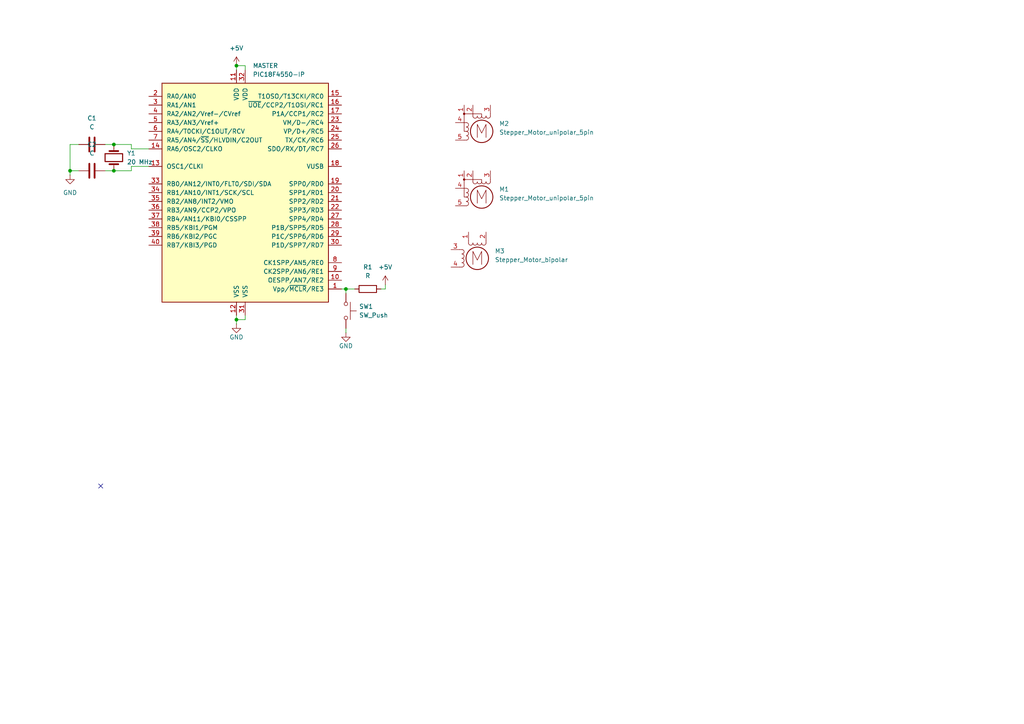
<source format=kicad_sch>
(kicad_sch (version 20231120) (generator "eeschema") (generator_version "8.0")
  (paper "A4")
  (lib_symbols
    (symbol "Device:C" (pin_numbers hide) (pin_names (offset 0.254))
      (property "Reference" "C" (at 0.635 2.54 0))
      (property "Value" "C" (at 0.635 -2.54 0))
      (symbol "C_0_1"
        (polyline (pts (xy -2.032 -0.762) (xy 2.032 -0.762)) (stroke (width 0.508)))
        (polyline (pts (xy -2.032 0.762) (xy 2.032 0.762)) (stroke (width 0.508)))
      )
      (symbol "C_1_1"
        (pin passive line (at 0 3.81 270) (length 2.794) (name "~") (number "1"))
        (pin passive line (at 0 -3.81 90) (length 2.794) (name "~") (number "2"))
      )
    )
    (symbol "Device:Crystal" (pin_numbers hide) (pin_names (offset 1.016) hide)
      (property "Reference" "Y" (at 0 3.81 0))
      (property "Value" "Crystal" (at 0 -3.81 0))
      (symbol "Crystal_0_1"
        (rectangle (start -1.143 2.54) (end 1.143 -2.54) (stroke (width 0.3048)))
        (polyline (pts (xy -2.54 0) (xy -1.905 0)))
        (polyline (pts (xy -1.905 -1.27) (xy -1.905 1.27)) (stroke (width 0.508)))
        (polyline (pts (xy 1.905 -1.27) (xy 1.905 1.27)) (stroke (width 0.508)))
        (polyline (pts (xy 2.54 0) (xy 1.905 0)))
      )
      (symbol "Crystal_1_1"
        (pin passive line (at -3.81 0 0) (length 1.27) (name "1") (number "1"))
        (pin passive line (at 3.81 0 180) (length 1.27) (name "2") (number "2"))
      )
    )
    (symbol "Device:R" (pin_numbers hide) (pin_names (offset 0))
      (property "Reference" "R" (at 2.032 0 90))
      (property "Value" "R" (at 0 0 90))
      (symbol "R_0_1"
        (rectangle (start -1.016 -2.54) (end 1.016 2.54) (stroke (width 0.254)))
      )
      (symbol "R_1_1"
        (pin passive line (at 0 3.81 270) (length 1.27) (name "~") (number "1"))
        (pin passive line (at 0 -3.81 90) (length 1.27) (name "~") (number "2"))
      )
    )
    (symbol "MCU_Microchip_PIC18:PIC18F4550-IP" (pin_names (offset 1.27))
      (property "Reference" "U" (at -22.86 33.02 0))
      (property "Value" "PIC18F4550-IP" (at 13.97 -33.02 0))
      (symbol "PIC18F4550-IP_0_1"
        (rectangle (start -24.13 31.75) (end 24.13 -31.75) (stroke (width 0.254)) (fill (type background)))
      )
      (symbol "PIC18F4550-IP_1_1"
        (pin input line (at 27.94 -27.94 180) (length 3.81) (name "Vpp/~{MCLR}/RE3") (number "1"))
        (pin bidirectional line (at 27.94 -25.4 180) (length 3.81) (name "OESPP/AN7/RE2") (number "10"))
        (pin power_in line (at -2.54 35.56 270) (length 3.81) (name "VDD") (number "11"))
        (pin power_in line (at -2.54 -35.56 90) (length 3.81) (name "VSS") (number "12"))
        (pin input line (at -27.94 7.62 0) (length 3.81) (name "OSC1/CLKI") (number "13"))
        (pin output line (at -27.94 12.7 0) (length 3.81) (name "RA6/OSC2/CLKO") (number "14"))
        (pin bidirectional line (at 27.94 27.94 180) (length 3.81) (name "T1OSO/T13CKI/RC0") (number "15"))
        (pin bidirectional line (at 27.94 25.4 180) (length 3.81) (name "~{UOE}/CCP2/T1OSI/RC1") (number "16"))
        (pin bidirectional line (at 27.94 22.86 180) (length 3.81) (name "P1A/CCP1/RC2") (number "17"))
        (pin bidirectional line (at 27.94 7.62 180) (length 3.81) (name "VUSB") (number "18"))
        (pin bidirectional line (at 27.94 2.54 180) (length 3.81) (name "SPP0/RD0") (number "19"))
        (pin bidirectional line (at -27.94 27.94 0) (length 3.81) (name "RA0/AN0") (number "2"))
        (pin bidirectional line (at 27.94 0 180) (length 3.81) (name "SPP1/RD1") (number "20"))
        (pin bidirectional line (at 27.94 -2.54 180) (length 3.81) (name "SPP2/RD2") (number "21"))
        (pin bidirectional line (at 27.94 -5.08 180) (length 3.81) (name "SPP3/RD3") (number "22"))
        (pin bidirectional line (at 27.94 20.32 180) (length 3.81) (name "VM/D-/RC4") (number "23"))
        (pin bidirectional line (at 27.94 17.78 180) (length 3.81) (name "VP/D+/RC5") (number "24"))
        (pin bidirectional line (at 27.94 15.24 180) (length 3.81) (name "TX/CK/RC6") (number "25"))
        (pin bidirectional line (at 27.94 12.7 180) (length 3.81) (name "SDO/RX/DT/RC7") (number "26"))
        (pin bidirectional line (at 27.94 -7.62 180) (length 3.81) (name "SPP4/RD4") (number "27"))
        (pin bidirectional line (at 27.94 -10.16 180) (length 3.81) (name "P1B/SPP5/RD5") (number "28"))
        (pin bidirectional line (at 27.94 -12.7 180) (length 3.81) (name "P1C/SPP6/RD6") (number "29"))
        (pin bidirectional line (at -27.94 25.4 0) (length 3.81) (name "RA1/AN1") (number "3"))
        (pin bidirectional line (at 27.94 -15.24 180) (length 3.81) (name "P1D/SPP7/RD7") (number "30"))
        (pin power_in line (at 0 -35.56 90) (length 3.81) (name "VSS") (number "31"))
        (pin power_in line (at 0 35.56 270) (length 3.81) (name "VDD") (number "32"))
        (pin bidirectional line (at -27.94 2.54 0) (length 3.81) (name "RB0/AN12/INT0/FLT0/SDI/SDA") (number "33"))
        (pin bidirectional line (at -27.94 0 0) (length 3.81) (name "RB1/AN10/INT1/SCK/SCL") (number "34"))
        (pin bidirectional line (at -27.94 -2.54 0) (length 3.81) (name "RB2/AN8/INT2/VMO") (number "35"))
        (pin bidirectional line (at -27.94 -5.08 0) (length 3.81) (name "RB3/AN9/CCP2/VPO") (number "36"))
        (pin bidirectional line (at -27.94 -7.62 0) (length 3.81) (name "RB4/AN11/KBI0/CSSPP") (number "37"))
        (pin bidirectional line (at -27.94 -10.16 0) (length 3.81) (name "RB5/KBI1/PGM") (number "38"))
        (pin bidirectional line (at -27.94 -12.7 0) (length 3.81) (name "RB6/KBI2/PGC") (number "39"))
        (pin bidirectional line (at -27.94 22.86 0) (length 3.81) (name "RA2/AN2/Vref-/CVref") (number "4"))
        (pin bidirectional line (at -27.94 -15.24 0) (length 3.81) (name "RB7/KBI3/PGD") (number "40"))
        (pin bidirectional line (at -27.94 20.32 0) (length 3.81) (name "RA3/AN3/Vref+") (number "5"))
        (pin bidirectional line (at -27.94 17.78 0) (length 3.81) (name "RA4/T0CKI/C1OUT/RCV") (number "6"))
        (pin bidirectional line (at -27.94 15.24 0) (length 3.81) (name "RA5/AN4/~{SS}/HLVDIN/C2OUT") (number "7"))
        (pin bidirectional line (at 27.94 -20.32 180) (length 3.81) (name "CK1SPP/AN5/RE0") (number "8"))
        (pin bidirectional line (at 27.94 -22.86 180) (length 3.81) (name "CK2SPP/AN6/RE1") (number "9"))
      )
    )
    (symbol "Motor:Stepper_Motor_bipolar" (pin_names (offset 0) hide)
      (property "Reference" "M" (at 3.81 2.54 0))
      (property "Value" "Stepper_Motor_bipolar" (at 3.81 1.27 0))
      (symbol "Stepper_Motor_bipolar_0_0"
        (polyline (pts (xy -1.27 -1.778) (xy -1.27 2.032) (xy 0 -0.508) (xy 1.27 2.032) (xy 1.27 -1.778)))
      )
      (symbol "Stepper_Motor_bipolar_0_1"
        (arc (start -4.445 -2.54) (mid -3.8127 -1.905) (end -4.445 -1.27))
        (arc (start -4.445 -1.27) (mid -3.8127 -0.635) (end -4.445 0))
        (arc (start -4.445 0) (mid -3.8127 0.635) (end -4.445 1.27))
        (arc (start -4.445 1.27) (mid -3.8127 1.905) (end -4.445 2.54))
        (arc (start -2.54 4.445) (mid -1.905 3.8127) (end -1.27 4.445))
        (arc (start -1.27 4.445) (mid -0.635 3.8127) (end 0 4.445))
        (polyline (pts (xy -5.08 -2.54) (xy -4.445 -2.54)))
        (polyline (pts (xy -5.08 2.54) (xy -4.445 2.54)))
        (polyline (pts (xy -2.54 5.08) (xy -2.54 4.445)))
        (polyline (pts (xy 2.54 5.08) (xy 2.54 4.445)))
        (circle (center 0 0) (radius 3.2512) (stroke (width 0.254)))
        (arc (start 0 4.445) (mid 0.635 3.8127) (end 1.27 4.445))
        (arc (start 1.27 4.445) (mid 1.905 3.8127) (end 2.54 4.445))
      )
      (symbol "Stepper_Motor_bipolar_1_1"
        (pin passive line (at -2.54 7.62 270) (length 2.54) (name "~") (number "1"))
        (pin passive line (at 2.54 7.62 270) (length 2.54) (name "-") (number "2"))
        (pin passive line (at -7.62 2.54 0) (length 2.54) (name "~") (number "3"))
        (pin passive line (at -7.62 -2.54 0) (length 2.54) (name "~") (number "4"))
      )
    )
    (symbol "Motor:Stepper_Motor_unipolar_5pin" (pin_names (offset 0) hide)
      (property "Reference" "M" (at 3.81 2.54 0))
      (property "Value" "Stepper_Motor_unipolar_5pin" (at 3.81 1.27 0))
      (symbol "Stepper_Motor_unipolar_5pin_0_0"
        (polyline (pts (xy -1.27 -1.778) (xy -1.27 2.032) (xy 0 -0.508) (xy 1.27 2.032) (xy 1.27 -1.778)))
      )
      (symbol "Stepper_Motor_unipolar_5pin_0_1"
        (circle (center -5.08 5.08) (radius 0.0001) (fill (type outline)))
        (circle (center -5.08 5.08) (radius 0.254) (fill (type outline)))
        (arc (start -4.445 -2.54) (mid -3.8127 -1.905) (end -4.445 -1.27))
        (arc (start -4.445 -1.27) (mid -3.8127 -0.635) (end -4.445 0))
        (arc (start -4.445 0) (mid -3.8127 0.635) (end -4.445 1.27))
        (arc (start -4.445 1.27) (mid -3.8127 1.905) (end -4.445 2.54))
        (arc (start -2.54 4.445) (mid -1.905 3.8127) (end -1.27 4.445))
        (arc (start -1.27 4.445) (mid -0.635 3.8127) (end 0 4.445))
        (polyline (pts (xy -5.08 -2.54) (xy -4.445 -2.54)))
        (polyline (pts (xy -5.08 2.54) (xy -4.445 2.54)))
        (polyline (pts (xy -2.54 4.445) (xy -2.54 5.08)))
        (polyline (pts (xy 2.54 4.445) (xy 2.54 5.08)))
        (polyline (pts (xy -5.08 5.08) (xy -5.08 0) (xy -4.445 0)))
        (polyline (pts (xy 0 4.445) (xy 0 5.08) (xy -5.08 5.08)))
        (circle (center 0 0) (radius 3.2512) (stroke (width 0.254)))
        (arc (start 0 4.445) (mid 0.635 3.8127) (end 1.27 4.445))
        (arc (start 1.27 4.445) (mid 1.905 3.8127) (end 2.54 4.445))
      )
      (symbol "Stepper_Motor_unipolar_5pin_1_1"
        (pin passive line (at -5.08 7.62 270) (length 2.54) (name "~") (number "1"))
        (pin passive line (at -2.54 7.62 270) (length 2.54) (name "~") (number "2"))
        (pin passive line (at 2.54 7.62 270) (length 2.54) (name "-") (number "3"))
        (pin passive line (at -7.62 2.54 0) (length 2.54) (name "~") (number "4"))
        (pin passive line (at -7.62 -2.54 0) (length 2.54) (name "~") (number "5"))
      )
    )
    (symbol "Switch:SW_Push" (pin_numbers hide) (pin_names (offset 1.016) hide)
      (property "Reference" "SW" (at 1.27 2.54 0))
      (property "Value" "SW_Push" (at 0 -1.524 0))
      (symbol "SW_Push_0_1"
        (circle (center -2.032 0) (radius 0.508))
        (polyline (pts (xy 0 1.27) (xy 0 3.048)))
        (polyline (pts (xy 2.54 1.27) (xy -2.54 1.27)))
        (circle (center 2.032 0) (radius 0.508))
        (pin passive line (at -5.08 0 0) (length 2.54) (name "1") (number "1"))
        (pin passive line (at 5.08 0 180) (length 2.54) (name "2") (number "2"))
      )
    )
    (symbol "power:+5V" (power) (pin_numbers hide) (pin_names (offset 0) hide)
      (property "Value" "+5V" (at 0 3.556 0))
      (symbol "+5V_0_1"
        (polyline (pts (xy -0.762 1.27) (xy 0 2.54)))
        (polyline (pts (xy 0 0) (xy 0 2.54)))
        (polyline (pts (xy 0 2.54) (xy 0.762 1.27)))
      )
      (symbol "+5V_1_1"
        (pin power_in line (at 0 0 90) (length 0) (name "~") (number "1"))
      )
    )
    (symbol "power:GND" (power) (pin_numbers hide) (pin_names (offset 0) hide)
      (property "Value" "GND" (at 0 -3.81 0))
      (symbol "GND_0_1"
        (polyline (pts (xy 0 0) (xy 0 -1.27) (xy 1.27 -1.27) (xy 0 -2.54) (xy -1.27 -1.27) (xy 0 -1.27)))
      )
      (symbol "GND_1_1"
        (pin power_in line (at 0 0 270) (length 0) (name "~") (number "1"))
      )
    )
  )
  (junction (at 33.02 41.91))
  (junction (at 100.33 83.82))
  (junction (at 33.02 49.53))
  (junction (at 68.58 19.05))
  (junction (at 20.32 49.53))
  (junction (at 68.58 92.71))
  (no_connect (at 29.21 140.97))
  (wire (pts (xy 71.12 20.32) (xy 71.12 19.05)))
  (wire (pts (xy 30.48 41.91) (xy 33.02 41.91)))
  (wire (pts (xy 99.06 83.82) (xy 100.33 83.82)))
  (wire (pts (xy 33.02 41.91) (xy 38.1 41.91)))
  (wire (pts (xy 33.02 49.53) (xy 38.1 49.53)))
  (wire (pts (xy 30.48 49.53) (xy 33.02 49.53)))
  (wire (pts (xy 71.12 91.44) (xy 71.12 92.71)))
  (wire (pts (xy 71.12 19.05) (xy 68.58 19.05)))
  (wire (pts (xy 111.76 83.82) (xy 111.76 82.55)))
  (wire (pts (xy 71.12 92.71) (xy 68.58 92.71)))
  (wire (pts (xy 38.1 43.18) (xy 43.18 43.18)))
  (wire (pts (xy 38.1 49.53) (xy 38.1 48.26)))
  (wire (pts (xy 38.1 41.91) (xy 38.1 43.18)))
  (wire (pts (xy 68.58 91.44) (xy 68.58 92.71)))
  (wire (pts (xy 100.33 95.25) (xy 100.33 96.52)))
  (wire (pts (xy 20.32 49.53) (xy 22.86 49.53)))
  (wire (pts (xy 68.58 19.05) (xy 68.58 20.32)))
  (wire (pts (xy 100.33 83.82) (xy 100.33 85.09)))
  (wire (pts (xy 110.49 83.82) (xy 111.76 83.82)))
  (wire (pts (xy 20.32 50.8) (xy 20.32 49.53)))
  (wire (pts (xy 68.58 92.71) (xy 68.58 93.98)))
  (wire (pts (xy 20.32 49.53) (xy 20.32 41.91)))
  (wire (pts (xy 38.1 48.26) (xy 43.18 48.26)))
  (wire (pts (xy 100.33 83.82) (xy 102.87 83.82)))
  (wire (pts (xy 20.32 41.91) (xy 22.86 41.91)))
  (symbol (lib_id "power:GND") (at 20.32 50.8 0) (unit 1)
    (property "Reference" "#PWR01" (effects (hide yes)))
    (property "Value" "GND" (at 20.32 55.88 0))
    (property "Description" "Power symbol creates a global label with name \"GND\" , ground" (effects (hide yes)))
  )
  (symbol (lib_id "Device:R") (at 106.68 83.82 270) (unit 1)
    (property "Reference" "R1" (at 106.68 77.47 90))
    (property "Value" "R" (at 106.68 80.01 90))
    (property "Description" "Resistor" (effects (hide yes)))
  )
  (symbol (lib_id "MCU_Microchip_PIC18:PIC18F4550-IP") (at 71.12 55.88 0) (unit 1)
    (property "Reference" "MASTER" (at 73.3141 19.05 0) (effects (justify left)))
    (property "Value" "PIC18F4550-IP" (at 73.3141 21.59 0) (effects (justify left)))
    (property "Footprint" "Package_DIP:DIP-40_W15.24mm" (effects (hide yes)))
    (property "Datasheet" "http://ww1.microchip.com/downloads/en/DeviceDoc/39760d.pdf" (effects (hide yes)))
    (property "Description" "32K Flash, 2K SRAM, 256 EEPROM, USB, nanoWatt XLP, DIP40" (effects (hide yes)))
  )
  (symbol (lib_id "Switch:SW_Push") (at 100.33 90.17 270) (unit 1)
    (property "Reference" "SW1" (at 104.14 88.8999 90) (effects (justify left)))
    (property "Value" "SW_Push" (at 104.14 91.4399 90) (effects (justify left)))
    (property "Description" "Push button switch, generic, two pins" (effects (hide yes)))
  )
  (symbol (lib_id "power:GND") (at 68.58 93.98 0) (mirror y) (unit 1)
    (property "Reference" "#PWR03" (effects (hide yes)))
    (property "Value" "GND" (at 68.58 97.79 0))
    (property "Description" "Power symbol creates a global label with name \"GND\" , ground" (effects (hide yes)))
  )
  (symbol (lib_id "power:GND") (at 100.33 96.52 0) (mirror y) (unit 1)
    (property "Reference" "#PWR08" (effects (hide yes)))
    (property "Value" "GND" (at 100.33 100.33 0))
    (property "Description" "Power symbol creates a global label with name \"GND\" , ground" (effects (hide yes)))
  )
  (symbol (lib_id "Device:Crystal") (at 33.02 45.72 90) (unit 1)
    (property "Reference" "Y1" (at 36.83 44.4499 90) (effects (justify right)))
    (property "Value" "20 MHz" (at 36.83 46.9899 90) (effects (justify right)))
    (property "Description" "Two pin crystal" (effects (hide yes)))
  )
  (symbol (lib_id "power:+5V") (at 111.76 82.55 0) (unit 1)
    (property "Reference" "#PWR09" (effects (hide yes)))
    (property "Value" "+5V" (at 111.76 77.47 0))
    (property "Description" "Power symbol creates a global label with name \"+5V\"" (effects (hide yes)))
  )
  (symbol (lib_id "Device:C") (at 26.67 41.91 270) (unit 1)
    (property "Reference" "C1" (at 26.67 34.29 90))
    (property "Value" "C" (at 26.67 36.83 90))
    (property "Description" "Unpolarized capacitor" (effects (hide yes)))
  )
  (symbol (lib_id "Motor:Stepper_Motor_unipolar_5pin") (at 139.7 38.1 0) (unit 1)
    (property "Reference" "M2" (at 144.78 35.852 0) (effects (justify left)))
    (property "Value" "Stepper_Motor_unipolar_5pin" (at 144.78 38.392 0) (effects (justify left)))
    (property "Datasheet" "http://www.infineon.com/dgdl/Application-Note-TLE8110EE_driving_UniPolarStepperMotor_V1.1.pdf?fileId=db3a30431be39b97011be5d0aa0a00b0" (effects (hide yes)))
    (property "Description" "5-wire unipolar stepper motor" (effects (hide yes)))
  )
  (symbol (lib_id "Motor:Stepper_Motor_bipolar") (at 138.43 74.93 0) (unit 1)
    (property "Reference" "M3" (at 143.51 72.809 0) (effects (justify left)))
    (property "Value" "Stepper_Motor_bipolar" (at 143.51 75.349 0) (effects (justify left)))
    (property "Datasheet" "http://www.infineon.com/dgdl/Application-Note-TLE8110EE_driving_UniPolarStepperMotor_V1.1.pdf?fileId=db3a30431be39b97011be5d0aa0a00b0" (effects (hide yes)))
    (property "Description" "4-wire bipolar stepper motor" (effects (hide yes)))
  )
  (symbol (lib_id "Motor:Stepper_Motor_unipolar_5pin") (at 139.7 57.15 0) (unit 1)
    (property "Reference" "M1" (at 144.78 54.902 0) (effects (justify left)))
    (property "Value" "Stepper_Motor_unipolar_5pin" (at 144.78 57.442 0) (effects (justify left)))
    (property "Datasheet" "http://www.infineon.com/dgdl/Application-Note-TLE8110EE_driving_UniPolarStepperMotor_V1.1.pdf?fileId=db3a30431be39b97011be5d0aa0a00b0" (effects (hide yes)))
    (property "Description" "5-wire unipolar stepper motor" (effects (hide yes)))
  )
  (symbol (lib_id "power:+5V") (at 68.58 19.05 0) (unit 1)
    (property "Reference" "#PWR02" (effects (hide yes)))
    (property "Value" "+5V" (at 68.58 13.97 0))
    (property "Description" "Power symbol creates a global label with name \"+5V\"" (effects (hide yes)))
  )
  (symbol (lib_id "Device:C") (at 26.67 49.53 270) (unit 1)
    (property "Reference" "C2" (at 26.67 41.91 90))
    (property "Value" "C" (at 26.67 44.45 90))
    (property "Description" "Unpolarized capacitor" (effects (hide yes)))
  )
)
</source>
